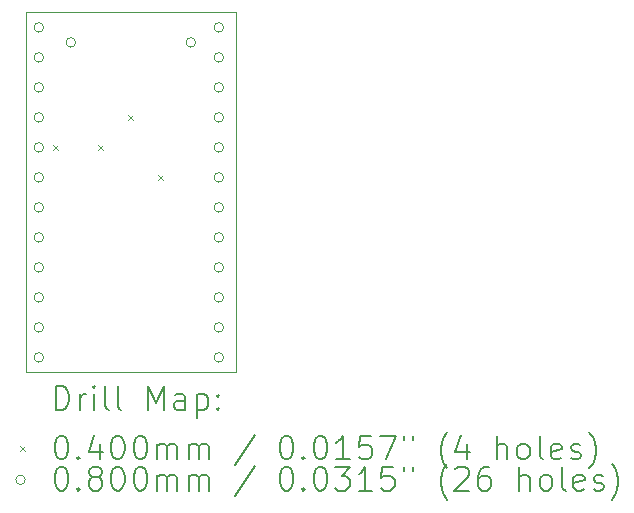
<source format=gbr>
%TF.GenerationSoftware,KiCad,Pcbnew,7.0.9*%
%TF.CreationDate,2024-04-24T12:06:25-07:00*%
%TF.ProjectId,sop28-to-dip-24-rom-adapter,736f7032-382d-4746-9f2d-6469702d3234,2B*%
%TF.SameCoordinates,Original*%
%TF.FileFunction,Drillmap*%
%TF.FilePolarity,Positive*%
%FSLAX45Y45*%
G04 Gerber Fmt 4.5, Leading zero omitted, Abs format (unit mm)*
G04 Created by KiCad (PCBNEW 7.0.9) date 2024-04-24 12:06:25*
%MOMM*%
%LPD*%
G01*
G04 APERTURE LIST*
%ADD10C,0.100000*%
%ADD11C,0.200000*%
G04 APERTURE END LIST*
D10*
X12573000Y-8001000D02*
X14351000Y-8001000D01*
X14351000Y-11049000D01*
X12573000Y-11049000D01*
X12573000Y-8001000D01*
D11*
D10*
X12803950Y-9124000D02*
X12843950Y-9164000D01*
X12843950Y-9124000D02*
X12803950Y-9164000D01*
X13188000Y-9124000D02*
X13228000Y-9164000D01*
X13228000Y-9124000D02*
X13188000Y-9164000D01*
X13442000Y-8870000D02*
X13482000Y-8910000D01*
X13482000Y-8870000D02*
X13442000Y-8910000D01*
X13696000Y-9378000D02*
X13736000Y-9418000D01*
X13736000Y-9378000D02*
X13696000Y-9418000D01*
X12724000Y-8128000D02*
G75*
G03*
X12724000Y-8128000I-40000J0D01*
G01*
X12724000Y-8382000D02*
G75*
G03*
X12724000Y-8382000I-40000J0D01*
G01*
X12724000Y-8636000D02*
G75*
G03*
X12724000Y-8636000I-40000J0D01*
G01*
X12724000Y-8890000D02*
G75*
G03*
X12724000Y-8890000I-40000J0D01*
G01*
X12724000Y-9144000D02*
G75*
G03*
X12724000Y-9144000I-40000J0D01*
G01*
X12724000Y-9398000D02*
G75*
G03*
X12724000Y-9398000I-40000J0D01*
G01*
X12724000Y-9652000D02*
G75*
G03*
X12724000Y-9652000I-40000J0D01*
G01*
X12724000Y-9906000D02*
G75*
G03*
X12724000Y-9906000I-40000J0D01*
G01*
X12724000Y-10160000D02*
G75*
G03*
X12724000Y-10160000I-40000J0D01*
G01*
X12724000Y-10414000D02*
G75*
G03*
X12724000Y-10414000I-40000J0D01*
G01*
X12724000Y-10668000D02*
G75*
G03*
X12724000Y-10668000I-40000J0D01*
G01*
X12724000Y-10922000D02*
G75*
G03*
X12724000Y-10922000I-40000J0D01*
G01*
X12994000Y-8255000D02*
G75*
G03*
X12994000Y-8255000I-40000J0D01*
G01*
X14010000Y-8255000D02*
G75*
G03*
X14010000Y-8255000I-40000J0D01*
G01*
X14248000Y-8128000D02*
G75*
G03*
X14248000Y-8128000I-40000J0D01*
G01*
X14248000Y-8382000D02*
G75*
G03*
X14248000Y-8382000I-40000J0D01*
G01*
X14248000Y-8636000D02*
G75*
G03*
X14248000Y-8636000I-40000J0D01*
G01*
X14248000Y-8890000D02*
G75*
G03*
X14248000Y-8890000I-40000J0D01*
G01*
X14248000Y-9144000D02*
G75*
G03*
X14248000Y-9144000I-40000J0D01*
G01*
X14248000Y-9398000D02*
G75*
G03*
X14248000Y-9398000I-40000J0D01*
G01*
X14248000Y-9652000D02*
G75*
G03*
X14248000Y-9652000I-40000J0D01*
G01*
X14248000Y-9906000D02*
G75*
G03*
X14248000Y-9906000I-40000J0D01*
G01*
X14248000Y-10160000D02*
G75*
G03*
X14248000Y-10160000I-40000J0D01*
G01*
X14248000Y-10414000D02*
G75*
G03*
X14248000Y-10414000I-40000J0D01*
G01*
X14248000Y-10668000D02*
G75*
G03*
X14248000Y-10668000I-40000J0D01*
G01*
X14248000Y-10922000D02*
G75*
G03*
X14248000Y-10922000I-40000J0D01*
G01*
D11*
X12828777Y-11365484D02*
X12828777Y-11165484D01*
X12828777Y-11165484D02*
X12876396Y-11165484D01*
X12876396Y-11165484D02*
X12904967Y-11175008D01*
X12904967Y-11175008D02*
X12924015Y-11194055D01*
X12924015Y-11194055D02*
X12933539Y-11213103D01*
X12933539Y-11213103D02*
X12943062Y-11251198D01*
X12943062Y-11251198D02*
X12943062Y-11279769D01*
X12943062Y-11279769D02*
X12933539Y-11317865D01*
X12933539Y-11317865D02*
X12924015Y-11336912D01*
X12924015Y-11336912D02*
X12904967Y-11355960D01*
X12904967Y-11355960D02*
X12876396Y-11365484D01*
X12876396Y-11365484D02*
X12828777Y-11365484D01*
X13028777Y-11365484D02*
X13028777Y-11232150D01*
X13028777Y-11270246D02*
X13038301Y-11251198D01*
X13038301Y-11251198D02*
X13047824Y-11241674D01*
X13047824Y-11241674D02*
X13066872Y-11232150D01*
X13066872Y-11232150D02*
X13085920Y-11232150D01*
X13152586Y-11365484D02*
X13152586Y-11232150D01*
X13152586Y-11165484D02*
X13143062Y-11175008D01*
X13143062Y-11175008D02*
X13152586Y-11184531D01*
X13152586Y-11184531D02*
X13162110Y-11175008D01*
X13162110Y-11175008D02*
X13152586Y-11165484D01*
X13152586Y-11165484D02*
X13152586Y-11184531D01*
X13276396Y-11365484D02*
X13257348Y-11355960D01*
X13257348Y-11355960D02*
X13247824Y-11336912D01*
X13247824Y-11336912D02*
X13247824Y-11165484D01*
X13381158Y-11365484D02*
X13362110Y-11355960D01*
X13362110Y-11355960D02*
X13352586Y-11336912D01*
X13352586Y-11336912D02*
X13352586Y-11165484D01*
X13609729Y-11365484D02*
X13609729Y-11165484D01*
X13609729Y-11165484D02*
X13676396Y-11308341D01*
X13676396Y-11308341D02*
X13743062Y-11165484D01*
X13743062Y-11165484D02*
X13743062Y-11365484D01*
X13924015Y-11365484D02*
X13924015Y-11260722D01*
X13924015Y-11260722D02*
X13914491Y-11241674D01*
X13914491Y-11241674D02*
X13895443Y-11232150D01*
X13895443Y-11232150D02*
X13857348Y-11232150D01*
X13857348Y-11232150D02*
X13838301Y-11241674D01*
X13924015Y-11355960D02*
X13904967Y-11365484D01*
X13904967Y-11365484D02*
X13857348Y-11365484D01*
X13857348Y-11365484D02*
X13838301Y-11355960D01*
X13838301Y-11355960D02*
X13828777Y-11336912D01*
X13828777Y-11336912D02*
X13828777Y-11317865D01*
X13828777Y-11317865D02*
X13838301Y-11298817D01*
X13838301Y-11298817D02*
X13857348Y-11289293D01*
X13857348Y-11289293D02*
X13904967Y-11289293D01*
X13904967Y-11289293D02*
X13924015Y-11279769D01*
X14019253Y-11232150D02*
X14019253Y-11432150D01*
X14019253Y-11241674D02*
X14038301Y-11232150D01*
X14038301Y-11232150D02*
X14076396Y-11232150D01*
X14076396Y-11232150D02*
X14095443Y-11241674D01*
X14095443Y-11241674D02*
X14104967Y-11251198D01*
X14104967Y-11251198D02*
X14114491Y-11270246D01*
X14114491Y-11270246D02*
X14114491Y-11327388D01*
X14114491Y-11327388D02*
X14104967Y-11346436D01*
X14104967Y-11346436D02*
X14095443Y-11355960D01*
X14095443Y-11355960D02*
X14076396Y-11365484D01*
X14076396Y-11365484D02*
X14038301Y-11365484D01*
X14038301Y-11365484D02*
X14019253Y-11355960D01*
X14200205Y-11346436D02*
X14209729Y-11355960D01*
X14209729Y-11355960D02*
X14200205Y-11365484D01*
X14200205Y-11365484D02*
X14190682Y-11355960D01*
X14190682Y-11355960D02*
X14200205Y-11346436D01*
X14200205Y-11346436D02*
X14200205Y-11365484D01*
X14200205Y-11241674D02*
X14209729Y-11251198D01*
X14209729Y-11251198D02*
X14200205Y-11260722D01*
X14200205Y-11260722D02*
X14190682Y-11251198D01*
X14190682Y-11251198D02*
X14200205Y-11241674D01*
X14200205Y-11241674D02*
X14200205Y-11260722D01*
D10*
X12528000Y-11674000D02*
X12568000Y-11714000D01*
X12568000Y-11674000D02*
X12528000Y-11714000D01*
D11*
X12866872Y-11585484D02*
X12885920Y-11585484D01*
X12885920Y-11585484D02*
X12904967Y-11595008D01*
X12904967Y-11595008D02*
X12914491Y-11604531D01*
X12914491Y-11604531D02*
X12924015Y-11623579D01*
X12924015Y-11623579D02*
X12933539Y-11661674D01*
X12933539Y-11661674D02*
X12933539Y-11709293D01*
X12933539Y-11709293D02*
X12924015Y-11747388D01*
X12924015Y-11747388D02*
X12914491Y-11766436D01*
X12914491Y-11766436D02*
X12904967Y-11775960D01*
X12904967Y-11775960D02*
X12885920Y-11785484D01*
X12885920Y-11785484D02*
X12866872Y-11785484D01*
X12866872Y-11785484D02*
X12847824Y-11775960D01*
X12847824Y-11775960D02*
X12838301Y-11766436D01*
X12838301Y-11766436D02*
X12828777Y-11747388D01*
X12828777Y-11747388D02*
X12819253Y-11709293D01*
X12819253Y-11709293D02*
X12819253Y-11661674D01*
X12819253Y-11661674D02*
X12828777Y-11623579D01*
X12828777Y-11623579D02*
X12838301Y-11604531D01*
X12838301Y-11604531D02*
X12847824Y-11595008D01*
X12847824Y-11595008D02*
X12866872Y-11585484D01*
X13019253Y-11766436D02*
X13028777Y-11775960D01*
X13028777Y-11775960D02*
X13019253Y-11785484D01*
X13019253Y-11785484D02*
X13009729Y-11775960D01*
X13009729Y-11775960D02*
X13019253Y-11766436D01*
X13019253Y-11766436D02*
X13019253Y-11785484D01*
X13200205Y-11652150D02*
X13200205Y-11785484D01*
X13152586Y-11575960D02*
X13104967Y-11718817D01*
X13104967Y-11718817D02*
X13228777Y-11718817D01*
X13343062Y-11585484D02*
X13362110Y-11585484D01*
X13362110Y-11585484D02*
X13381158Y-11595008D01*
X13381158Y-11595008D02*
X13390682Y-11604531D01*
X13390682Y-11604531D02*
X13400205Y-11623579D01*
X13400205Y-11623579D02*
X13409729Y-11661674D01*
X13409729Y-11661674D02*
X13409729Y-11709293D01*
X13409729Y-11709293D02*
X13400205Y-11747388D01*
X13400205Y-11747388D02*
X13390682Y-11766436D01*
X13390682Y-11766436D02*
X13381158Y-11775960D01*
X13381158Y-11775960D02*
X13362110Y-11785484D01*
X13362110Y-11785484D02*
X13343062Y-11785484D01*
X13343062Y-11785484D02*
X13324015Y-11775960D01*
X13324015Y-11775960D02*
X13314491Y-11766436D01*
X13314491Y-11766436D02*
X13304967Y-11747388D01*
X13304967Y-11747388D02*
X13295443Y-11709293D01*
X13295443Y-11709293D02*
X13295443Y-11661674D01*
X13295443Y-11661674D02*
X13304967Y-11623579D01*
X13304967Y-11623579D02*
X13314491Y-11604531D01*
X13314491Y-11604531D02*
X13324015Y-11595008D01*
X13324015Y-11595008D02*
X13343062Y-11585484D01*
X13533539Y-11585484D02*
X13552586Y-11585484D01*
X13552586Y-11585484D02*
X13571634Y-11595008D01*
X13571634Y-11595008D02*
X13581158Y-11604531D01*
X13581158Y-11604531D02*
X13590682Y-11623579D01*
X13590682Y-11623579D02*
X13600205Y-11661674D01*
X13600205Y-11661674D02*
X13600205Y-11709293D01*
X13600205Y-11709293D02*
X13590682Y-11747388D01*
X13590682Y-11747388D02*
X13581158Y-11766436D01*
X13581158Y-11766436D02*
X13571634Y-11775960D01*
X13571634Y-11775960D02*
X13552586Y-11785484D01*
X13552586Y-11785484D02*
X13533539Y-11785484D01*
X13533539Y-11785484D02*
X13514491Y-11775960D01*
X13514491Y-11775960D02*
X13504967Y-11766436D01*
X13504967Y-11766436D02*
X13495443Y-11747388D01*
X13495443Y-11747388D02*
X13485920Y-11709293D01*
X13485920Y-11709293D02*
X13485920Y-11661674D01*
X13485920Y-11661674D02*
X13495443Y-11623579D01*
X13495443Y-11623579D02*
X13504967Y-11604531D01*
X13504967Y-11604531D02*
X13514491Y-11595008D01*
X13514491Y-11595008D02*
X13533539Y-11585484D01*
X13685920Y-11785484D02*
X13685920Y-11652150D01*
X13685920Y-11671198D02*
X13695443Y-11661674D01*
X13695443Y-11661674D02*
X13714491Y-11652150D01*
X13714491Y-11652150D02*
X13743063Y-11652150D01*
X13743063Y-11652150D02*
X13762110Y-11661674D01*
X13762110Y-11661674D02*
X13771634Y-11680722D01*
X13771634Y-11680722D02*
X13771634Y-11785484D01*
X13771634Y-11680722D02*
X13781158Y-11661674D01*
X13781158Y-11661674D02*
X13800205Y-11652150D01*
X13800205Y-11652150D02*
X13828777Y-11652150D01*
X13828777Y-11652150D02*
X13847824Y-11661674D01*
X13847824Y-11661674D02*
X13857348Y-11680722D01*
X13857348Y-11680722D02*
X13857348Y-11785484D01*
X13952586Y-11785484D02*
X13952586Y-11652150D01*
X13952586Y-11671198D02*
X13962110Y-11661674D01*
X13962110Y-11661674D02*
X13981158Y-11652150D01*
X13981158Y-11652150D02*
X14009729Y-11652150D01*
X14009729Y-11652150D02*
X14028777Y-11661674D01*
X14028777Y-11661674D02*
X14038301Y-11680722D01*
X14038301Y-11680722D02*
X14038301Y-11785484D01*
X14038301Y-11680722D02*
X14047824Y-11661674D01*
X14047824Y-11661674D02*
X14066872Y-11652150D01*
X14066872Y-11652150D02*
X14095443Y-11652150D01*
X14095443Y-11652150D02*
X14114491Y-11661674D01*
X14114491Y-11661674D02*
X14124015Y-11680722D01*
X14124015Y-11680722D02*
X14124015Y-11785484D01*
X14514491Y-11575960D02*
X14343063Y-11833103D01*
X14771634Y-11585484D02*
X14790682Y-11585484D01*
X14790682Y-11585484D02*
X14809729Y-11595008D01*
X14809729Y-11595008D02*
X14819253Y-11604531D01*
X14819253Y-11604531D02*
X14828777Y-11623579D01*
X14828777Y-11623579D02*
X14838301Y-11661674D01*
X14838301Y-11661674D02*
X14838301Y-11709293D01*
X14838301Y-11709293D02*
X14828777Y-11747388D01*
X14828777Y-11747388D02*
X14819253Y-11766436D01*
X14819253Y-11766436D02*
X14809729Y-11775960D01*
X14809729Y-11775960D02*
X14790682Y-11785484D01*
X14790682Y-11785484D02*
X14771634Y-11785484D01*
X14771634Y-11785484D02*
X14752586Y-11775960D01*
X14752586Y-11775960D02*
X14743063Y-11766436D01*
X14743063Y-11766436D02*
X14733539Y-11747388D01*
X14733539Y-11747388D02*
X14724015Y-11709293D01*
X14724015Y-11709293D02*
X14724015Y-11661674D01*
X14724015Y-11661674D02*
X14733539Y-11623579D01*
X14733539Y-11623579D02*
X14743063Y-11604531D01*
X14743063Y-11604531D02*
X14752586Y-11595008D01*
X14752586Y-11595008D02*
X14771634Y-11585484D01*
X14924015Y-11766436D02*
X14933539Y-11775960D01*
X14933539Y-11775960D02*
X14924015Y-11785484D01*
X14924015Y-11785484D02*
X14914491Y-11775960D01*
X14914491Y-11775960D02*
X14924015Y-11766436D01*
X14924015Y-11766436D02*
X14924015Y-11785484D01*
X15057348Y-11585484D02*
X15076396Y-11585484D01*
X15076396Y-11585484D02*
X15095444Y-11595008D01*
X15095444Y-11595008D02*
X15104967Y-11604531D01*
X15104967Y-11604531D02*
X15114491Y-11623579D01*
X15114491Y-11623579D02*
X15124015Y-11661674D01*
X15124015Y-11661674D02*
X15124015Y-11709293D01*
X15124015Y-11709293D02*
X15114491Y-11747388D01*
X15114491Y-11747388D02*
X15104967Y-11766436D01*
X15104967Y-11766436D02*
X15095444Y-11775960D01*
X15095444Y-11775960D02*
X15076396Y-11785484D01*
X15076396Y-11785484D02*
X15057348Y-11785484D01*
X15057348Y-11785484D02*
X15038301Y-11775960D01*
X15038301Y-11775960D02*
X15028777Y-11766436D01*
X15028777Y-11766436D02*
X15019253Y-11747388D01*
X15019253Y-11747388D02*
X15009729Y-11709293D01*
X15009729Y-11709293D02*
X15009729Y-11661674D01*
X15009729Y-11661674D02*
X15019253Y-11623579D01*
X15019253Y-11623579D02*
X15028777Y-11604531D01*
X15028777Y-11604531D02*
X15038301Y-11595008D01*
X15038301Y-11595008D02*
X15057348Y-11585484D01*
X15314491Y-11785484D02*
X15200206Y-11785484D01*
X15257348Y-11785484D02*
X15257348Y-11585484D01*
X15257348Y-11585484D02*
X15238301Y-11614055D01*
X15238301Y-11614055D02*
X15219253Y-11633103D01*
X15219253Y-11633103D02*
X15200206Y-11642627D01*
X15495444Y-11585484D02*
X15400206Y-11585484D01*
X15400206Y-11585484D02*
X15390682Y-11680722D01*
X15390682Y-11680722D02*
X15400206Y-11671198D01*
X15400206Y-11671198D02*
X15419253Y-11661674D01*
X15419253Y-11661674D02*
X15466872Y-11661674D01*
X15466872Y-11661674D02*
X15485920Y-11671198D01*
X15485920Y-11671198D02*
X15495444Y-11680722D01*
X15495444Y-11680722D02*
X15504967Y-11699769D01*
X15504967Y-11699769D02*
X15504967Y-11747388D01*
X15504967Y-11747388D02*
X15495444Y-11766436D01*
X15495444Y-11766436D02*
X15485920Y-11775960D01*
X15485920Y-11775960D02*
X15466872Y-11785484D01*
X15466872Y-11785484D02*
X15419253Y-11785484D01*
X15419253Y-11785484D02*
X15400206Y-11775960D01*
X15400206Y-11775960D02*
X15390682Y-11766436D01*
X15571634Y-11585484D02*
X15704967Y-11585484D01*
X15704967Y-11585484D02*
X15619253Y-11785484D01*
X15771634Y-11585484D02*
X15771634Y-11623579D01*
X15847825Y-11585484D02*
X15847825Y-11623579D01*
X16143063Y-11861674D02*
X16133539Y-11852150D01*
X16133539Y-11852150D02*
X16114491Y-11823579D01*
X16114491Y-11823579D02*
X16104968Y-11804531D01*
X16104968Y-11804531D02*
X16095444Y-11775960D01*
X16095444Y-11775960D02*
X16085920Y-11728341D01*
X16085920Y-11728341D02*
X16085920Y-11690246D01*
X16085920Y-11690246D02*
X16095444Y-11642627D01*
X16095444Y-11642627D02*
X16104968Y-11614055D01*
X16104968Y-11614055D02*
X16114491Y-11595008D01*
X16114491Y-11595008D02*
X16133539Y-11566436D01*
X16133539Y-11566436D02*
X16143063Y-11556912D01*
X16304968Y-11652150D02*
X16304968Y-11785484D01*
X16257348Y-11575960D02*
X16209729Y-11718817D01*
X16209729Y-11718817D02*
X16333539Y-11718817D01*
X16562110Y-11785484D02*
X16562110Y-11585484D01*
X16647825Y-11785484D02*
X16647825Y-11680722D01*
X16647825Y-11680722D02*
X16638301Y-11661674D01*
X16638301Y-11661674D02*
X16619253Y-11652150D01*
X16619253Y-11652150D02*
X16590682Y-11652150D01*
X16590682Y-11652150D02*
X16571634Y-11661674D01*
X16571634Y-11661674D02*
X16562110Y-11671198D01*
X16771634Y-11785484D02*
X16752587Y-11775960D01*
X16752587Y-11775960D02*
X16743063Y-11766436D01*
X16743063Y-11766436D02*
X16733539Y-11747388D01*
X16733539Y-11747388D02*
X16733539Y-11690246D01*
X16733539Y-11690246D02*
X16743063Y-11671198D01*
X16743063Y-11671198D02*
X16752587Y-11661674D01*
X16752587Y-11661674D02*
X16771634Y-11652150D01*
X16771634Y-11652150D02*
X16800206Y-11652150D01*
X16800206Y-11652150D02*
X16819253Y-11661674D01*
X16819253Y-11661674D02*
X16828777Y-11671198D01*
X16828777Y-11671198D02*
X16838301Y-11690246D01*
X16838301Y-11690246D02*
X16838301Y-11747388D01*
X16838301Y-11747388D02*
X16828777Y-11766436D01*
X16828777Y-11766436D02*
X16819253Y-11775960D01*
X16819253Y-11775960D02*
X16800206Y-11785484D01*
X16800206Y-11785484D02*
X16771634Y-11785484D01*
X16952587Y-11785484D02*
X16933539Y-11775960D01*
X16933539Y-11775960D02*
X16924015Y-11756912D01*
X16924015Y-11756912D02*
X16924015Y-11585484D01*
X17104968Y-11775960D02*
X17085920Y-11785484D01*
X17085920Y-11785484D02*
X17047825Y-11785484D01*
X17047825Y-11785484D02*
X17028777Y-11775960D01*
X17028777Y-11775960D02*
X17019253Y-11756912D01*
X17019253Y-11756912D02*
X17019253Y-11680722D01*
X17019253Y-11680722D02*
X17028777Y-11661674D01*
X17028777Y-11661674D02*
X17047825Y-11652150D01*
X17047825Y-11652150D02*
X17085920Y-11652150D01*
X17085920Y-11652150D02*
X17104968Y-11661674D01*
X17104968Y-11661674D02*
X17114492Y-11680722D01*
X17114492Y-11680722D02*
X17114492Y-11699769D01*
X17114492Y-11699769D02*
X17019253Y-11718817D01*
X17190682Y-11775960D02*
X17209730Y-11785484D01*
X17209730Y-11785484D02*
X17247825Y-11785484D01*
X17247825Y-11785484D02*
X17266873Y-11775960D01*
X17266873Y-11775960D02*
X17276396Y-11756912D01*
X17276396Y-11756912D02*
X17276396Y-11747388D01*
X17276396Y-11747388D02*
X17266873Y-11728341D01*
X17266873Y-11728341D02*
X17247825Y-11718817D01*
X17247825Y-11718817D02*
X17219253Y-11718817D01*
X17219253Y-11718817D02*
X17200206Y-11709293D01*
X17200206Y-11709293D02*
X17190682Y-11690246D01*
X17190682Y-11690246D02*
X17190682Y-11680722D01*
X17190682Y-11680722D02*
X17200206Y-11661674D01*
X17200206Y-11661674D02*
X17219253Y-11652150D01*
X17219253Y-11652150D02*
X17247825Y-11652150D01*
X17247825Y-11652150D02*
X17266873Y-11661674D01*
X17343063Y-11861674D02*
X17352587Y-11852150D01*
X17352587Y-11852150D02*
X17371634Y-11823579D01*
X17371634Y-11823579D02*
X17381158Y-11804531D01*
X17381158Y-11804531D02*
X17390682Y-11775960D01*
X17390682Y-11775960D02*
X17400206Y-11728341D01*
X17400206Y-11728341D02*
X17400206Y-11690246D01*
X17400206Y-11690246D02*
X17390682Y-11642627D01*
X17390682Y-11642627D02*
X17381158Y-11614055D01*
X17381158Y-11614055D02*
X17371634Y-11595008D01*
X17371634Y-11595008D02*
X17352587Y-11566436D01*
X17352587Y-11566436D02*
X17343063Y-11556912D01*
D10*
X12568000Y-11958000D02*
G75*
G03*
X12568000Y-11958000I-40000J0D01*
G01*
D11*
X12866872Y-11849484D02*
X12885920Y-11849484D01*
X12885920Y-11849484D02*
X12904967Y-11859008D01*
X12904967Y-11859008D02*
X12914491Y-11868531D01*
X12914491Y-11868531D02*
X12924015Y-11887579D01*
X12924015Y-11887579D02*
X12933539Y-11925674D01*
X12933539Y-11925674D02*
X12933539Y-11973293D01*
X12933539Y-11973293D02*
X12924015Y-12011388D01*
X12924015Y-12011388D02*
X12914491Y-12030436D01*
X12914491Y-12030436D02*
X12904967Y-12039960D01*
X12904967Y-12039960D02*
X12885920Y-12049484D01*
X12885920Y-12049484D02*
X12866872Y-12049484D01*
X12866872Y-12049484D02*
X12847824Y-12039960D01*
X12847824Y-12039960D02*
X12838301Y-12030436D01*
X12838301Y-12030436D02*
X12828777Y-12011388D01*
X12828777Y-12011388D02*
X12819253Y-11973293D01*
X12819253Y-11973293D02*
X12819253Y-11925674D01*
X12819253Y-11925674D02*
X12828777Y-11887579D01*
X12828777Y-11887579D02*
X12838301Y-11868531D01*
X12838301Y-11868531D02*
X12847824Y-11859008D01*
X12847824Y-11859008D02*
X12866872Y-11849484D01*
X13019253Y-12030436D02*
X13028777Y-12039960D01*
X13028777Y-12039960D02*
X13019253Y-12049484D01*
X13019253Y-12049484D02*
X13009729Y-12039960D01*
X13009729Y-12039960D02*
X13019253Y-12030436D01*
X13019253Y-12030436D02*
X13019253Y-12049484D01*
X13143062Y-11935198D02*
X13124015Y-11925674D01*
X13124015Y-11925674D02*
X13114491Y-11916150D01*
X13114491Y-11916150D02*
X13104967Y-11897103D01*
X13104967Y-11897103D02*
X13104967Y-11887579D01*
X13104967Y-11887579D02*
X13114491Y-11868531D01*
X13114491Y-11868531D02*
X13124015Y-11859008D01*
X13124015Y-11859008D02*
X13143062Y-11849484D01*
X13143062Y-11849484D02*
X13181158Y-11849484D01*
X13181158Y-11849484D02*
X13200205Y-11859008D01*
X13200205Y-11859008D02*
X13209729Y-11868531D01*
X13209729Y-11868531D02*
X13219253Y-11887579D01*
X13219253Y-11887579D02*
X13219253Y-11897103D01*
X13219253Y-11897103D02*
X13209729Y-11916150D01*
X13209729Y-11916150D02*
X13200205Y-11925674D01*
X13200205Y-11925674D02*
X13181158Y-11935198D01*
X13181158Y-11935198D02*
X13143062Y-11935198D01*
X13143062Y-11935198D02*
X13124015Y-11944722D01*
X13124015Y-11944722D02*
X13114491Y-11954246D01*
X13114491Y-11954246D02*
X13104967Y-11973293D01*
X13104967Y-11973293D02*
X13104967Y-12011388D01*
X13104967Y-12011388D02*
X13114491Y-12030436D01*
X13114491Y-12030436D02*
X13124015Y-12039960D01*
X13124015Y-12039960D02*
X13143062Y-12049484D01*
X13143062Y-12049484D02*
X13181158Y-12049484D01*
X13181158Y-12049484D02*
X13200205Y-12039960D01*
X13200205Y-12039960D02*
X13209729Y-12030436D01*
X13209729Y-12030436D02*
X13219253Y-12011388D01*
X13219253Y-12011388D02*
X13219253Y-11973293D01*
X13219253Y-11973293D02*
X13209729Y-11954246D01*
X13209729Y-11954246D02*
X13200205Y-11944722D01*
X13200205Y-11944722D02*
X13181158Y-11935198D01*
X13343062Y-11849484D02*
X13362110Y-11849484D01*
X13362110Y-11849484D02*
X13381158Y-11859008D01*
X13381158Y-11859008D02*
X13390682Y-11868531D01*
X13390682Y-11868531D02*
X13400205Y-11887579D01*
X13400205Y-11887579D02*
X13409729Y-11925674D01*
X13409729Y-11925674D02*
X13409729Y-11973293D01*
X13409729Y-11973293D02*
X13400205Y-12011388D01*
X13400205Y-12011388D02*
X13390682Y-12030436D01*
X13390682Y-12030436D02*
X13381158Y-12039960D01*
X13381158Y-12039960D02*
X13362110Y-12049484D01*
X13362110Y-12049484D02*
X13343062Y-12049484D01*
X13343062Y-12049484D02*
X13324015Y-12039960D01*
X13324015Y-12039960D02*
X13314491Y-12030436D01*
X13314491Y-12030436D02*
X13304967Y-12011388D01*
X13304967Y-12011388D02*
X13295443Y-11973293D01*
X13295443Y-11973293D02*
X13295443Y-11925674D01*
X13295443Y-11925674D02*
X13304967Y-11887579D01*
X13304967Y-11887579D02*
X13314491Y-11868531D01*
X13314491Y-11868531D02*
X13324015Y-11859008D01*
X13324015Y-11859008D02*
X13343062Y-11849484D01*
X13533539Y-11849484D02*
X13552586Y-11849484D01*
X13552586Y-11849484D02*
X13571634Y-11859008D01*
X13571634Y-11859008D02*
X13581158Y-11868531D01*
X13581158Y-11868531D02*
X13590682Y-11887579D01*
X13590682Y-11887579D02*
X13600205Y-11925674D01*
X13600205Y-11925674D02*
X13600205Y-11973293D01*
X13600205Y-11973293D02*
X13590682Y-12011388D01*
X13590682Y-12011388D02*
X13581158Y-12030436D01*
X13581158Y-12030436D02*
X13571634Y-12039960D01*
X13571634Y-12039960D02*
X13552586Y-12049484D01*
X13552586Y-12049484D02*
X13533539Y-12049484D01*
X13533539Y-12049484D02*
X13514491Y-12039960D01*
X13514491Y-12039960D02*
X13504967Y-12030436D01*
X13504967Y-12030436D02*
X13495443Y-12011388D01*
X13495443Y-12011388D02*
X13485920Y-11973293D01*
X13485920Y-11973293D02*
X13485920Y-11925674D01*
X13485920Y-11925674D02*
X13495443Y-11887579D01*
X13495443Y-11887579D02*
X13504967Y-11868531D01*
X13504967Y-11868531D02*
X13514491Y-11859008D01*
X13514491Y-11859008D02*
X13533539Y-11849484D01*
X13685920Y-12049484D02*
X13685920Y-11916150D01*
X13685920Y-11935198D02*
X13695443Y-11925674D01*
X13695443Y-11925674D02*
X13714491Y-11916150D01*
X13714491Y-11916150D02*
X13743063Y-11916150D01*
X13743063Y-11916150D02*
X13762110Y-11925674D01*
X13762110Y-11925674D02*
X13771634Y-11944722D01*
X13771634Y-11944722D02*
X13771634Y-12049484D01*
X13771634Y-11944722D02*
X13781158Y-11925674D01*
X13781158Y-11925674D02*
X13800205Y-11916150D01*
X13800205Y-11916150D02*
X13828777Y-11916150D01*
X13828777Y-11916150D02*
X13847824Y-11925674D01*
X13847824Y-11925674D02*
X13857348Y-11944722D01*
X13857348Y-11944722D02*
X13857348Y-12049484D01*
X13952586Y-12049484D02*
X13952586Y-11916150D01*
X13952586Y-11935198D02*
X13962110Y-11925674D01*
X13962110Y-11925674D02*
X13981158Y-11916150D01*
X13981158Y-11916150D02*
X14009729Y-11916150D01*
X14009729Y-11916150D02*
X14028777Y-11925674D01*
X14028777Y-11925674D02*
X14038301Y-11944722D01*
X14038301Y-11944722D02*
X14038301Y-12049484D01*
X14038301Y-11944722D02*
X14047824Y-11925674D01*
X14047824Y-11925674D02*
X14066872Y-11916150D01*
X14066872Y-11916150D02*
X14095443Y-11916150D01*
X14095443Y-11916150D02*
X14114491Y-11925674D01*
X14114491Y-11925674D02*
X14124015Y-11944722D01*
X14124015Y-11944722D02*
X14124015Y-12049484D01*
X14514491Y-11839960D02*
X14343063Y-12097103D01*
X14771634Y-11849484D02*
X14790682Y-11849484D01*
X14790682Y-11849484D02*
X14809729Y-11859008D01*
X14809729Y-11859008D02*
X14819253Y-11868531D01*
X14819253Y-11868531D02*
X14828777Y-11887579D01*
X14828777Y-11887579D02*
X14838301Y-11925674D01*
X14838301Y-11925674D02*
X14838301Y-11973293D01*
X14838301Y-11973293D02*
X14828777Y-12011388D01*
X14828777Y-12011388D02*
X14819253Y-12030436D01*
X14819253Y-12030436D02*
X14809729Y-12039960D01*
X14809729Y-12039960D02*
X14790682Y-12049484D01*
X14790682Y-12049484D02*
X14771634Y-12049484D01*
X14771634Y-12049484D02*
X14752586Y-12039960D01*
X14752586Y-12039960D02*
X14743063Y-12030436D01*
X14743063Y-12030436D02*
X14733539Y-12011388D01*
X14733539Y-12011388D02*
X14724015Y-11973293D01*
X14724015Y-11973293D02*
X14724015Y-11925674D01*
X14724015Y-11925674D02*
X14733539Y-11887579D01*
X14733539Y-11887579D02*
X14743063Y-11868531D01*
X14743063Y-11868531D02*
X14752586Y-11859008D01*
X14752586Y-11859008D02*
X14771634Y-11849484D01*
X14924015Y-12030436D02*
X14933539Y-12039960D01*
X14933539Y-12039960D02*
X14924015Y-12049484D01*
X14924015Y-12049484D02*
X14914491Y-12039960D01*
X14914491Y-12039960D02*
X14924015Y-12030436D01*
X14924015Y-12030436D02*
X14924015Y-12049484D01*
X15057348Y-11849484D02*
X15076396Y-11849484D01*
X15076396Y-11849484D02*
X15095444Y-11859008D01*
X15095444Y-11859008D02*
X15104967Y-11868531D01*
X15104967Y-11868531D02*
X15114491Y-11887579D01*
X15114491Y-11887579D02*
X15124015Y-11925674D01*
X15124015Y-11925674D02*
X15124015Y-11973293D01*
X15124015Y-11973293D02*
X15114491Y-12011388D01*
X15114491Y-12011388D02*
X15104967Y-12030436D01*
X15104967Y-12030436D02*
X15095444Y-12039960D01*
X15095444Y-12039960D02*
X15076396Y-12049484D01*
X15076396Y-12049484D02*
X15057348Y-12049484D01*
X15057348Y-12049484D02*
X15038301Y-12039960D01*
X15038301Y-12039960D02*
X15028777Y-12030436D01*
X15028777Y-12030436D02*
X15019253Y-12011388D01*
X15019253Y-12011388D02*
X15009729Y-11973293D01*
X15009729Y-11973293D02*
X15009729Y-11925674D01*
X15009729Y-11925674D02*
X15019253Y-11887579D01*
X15019253Y-11887579D02*
X15028777Y-11868531D01*
X15028777Y-11868531D02*
X15038301Y-11859008D01*
X15038301Y-11859008D02*
X15057348Y-11849484D01*
X15190682Y-11849484D02*
X15314491Y-11849484D01*
X15314491Y-11849484D02*
X15247825Y-11925674D01*
X15247825Y-11925674D02*
X15276396Y-11925674D01*
X15276396Y-11925674D02*
X15295444Y-11935198D01*
X15295444Y-11935198D02*
X15304967Y-11944722D01*
X15304967Y-11944722D02*
X15314491Y-11963769D01*
X15314491Y-11963769D02*
X15314491Y-12011388D01*
X15314491Y-12011388D02*
X15304967Y-12030436D01*
X15304967Y-12030436D02*
X15295444Y-12039960D01*
X15295444Y-12039960D02*
X15276396Y-12049484D01*
X15276396Y-12049484D02*
X15219253Y-12049484D01*
X15219253Y-12049484D02*
X15200206Y-12039960D01*
X15200206Y-12039960D02*
X15190682Y-12030436D01*
X15504967Y-12049484D02*
X15390682Y-12049484D01*
X15447825Y-12049484D02*
X15447825Y-11849484D01*
X15447825Y-11849484D02*
X15428777Y-11878055D01*
X15428777Y-11878055D02*
X15409729Y-11897103D01*
X15409729Y-11897103D02*
X15390682Y-11906627D01*
X15685920Y-11849484D02*
X15590682Y-11849484D01*
X15590682Y-11849484D02*
X15581158Y-11944722D01*
X15581158Y-11944722D02*
X15590682Y-11935198D01*
X15590682Y-11935198D02*
X15609729Y-11925674D01*
X15609729Y-11925674D02*
X15657348Y-11925674D01*
X15657348Y-11925674D02*
X15676396Y-11935198D01*
X15676396Y-11935198D02*
X15685920Y-11944722D01*
X15685920Y-11944722D02*
X15695444Y-11963769D01*
X15695444Y-11963769D02*
X15695444Y-12011388D01*
X15695444Y-12011388D02*
X15685920Y-12030436D01*
X15685920Y-12030436D02*
X15676396Y-12039960D01*
X15676396Y-12039960D02*
X15657348Y-12049484D01*
X15657348Y-12049484D02*
X15609729Y-12049484D01*
X15609729Y-12049484D02*
X15590682Y-12039960D01*
X15590682Y-12039960D02*
X15581158Y-12030436D01*
X15771634Y-11849484D02*
X15771634Y-11887579D01*
X15847825Y-11849484D02*
X15847825Y-11887579D01*
X16143063Y-12125674D02*
X16133539Y-12116150D01*
X16133539Y-12116150D02*
X16114491Y-12087579D01*
X16114491Y-12087579D02*
X16104968Y-12068531D01*
X16104968Y-12068531D02*
X16095444Y-12039960D01*
X16095444Y-12039960D02*
X16085920Y-11992341D01*
X16085920Y-11992341D02*
X16085920Y-11954246D01*
X16085920Y-11954246D02*
X16095444Y-11906627D01*
X16095444Y-11906627D02*
X16104968Y-11878055D01*
X16104968Y-11878055D02*
X16114491Y-11859008D01*
X16114491Y-11859008D02*
X16133539Y-11830436D01*
X16133539Y-11830436D02*
X16143063Y-11820912D01*
X16209729Y-11868531D02*
X16219253Y-11859008D01*
X16219253Y-11859008D02*
X16238301Y-11849484D01*
X16238301Y-11849484D02*
X16285920Y-11849484D01*
X16285920Y-11849484D02*
X16304968Y-11859008D01*
X16304968Y-11859008D02*
X16314491Y-11868531D01*
X16314491Y-11868531D02*
X16324015Y-11887579D01*
X16324015Y-11887579D02*
X16324015Y-11906627D01*
X16324015Y-11906627D02*
X16314491Y-11935198D01*
X16314491Y-11935198D02*
X16200206Y-12049484D01*
X16200206Y-12049484D02*
X16324015Y-12049484D01*
X16495444Y-11849484D02*
X16457348Y-11849484D01*
X16457348Y-11849484D02*
X16438301Y-11859008D01*
X16438301Y-11859008D02*
X16428777Y-11868531D01*
X16428777Y-11868531D02*
X16409729Y-11897103D01*
X16409729Y-11897103D02*
X16400206Y-11935198D01*
X16400206Y-11935198D02*
X16400206Y-12011388D01*
X16400206Y-12011388D02*
X16409729Y-12030436D01*
X16409729Y-12030436D02*
X16419253Y-12039960D01*
X16419253Y-12039960D02*
X16438301Y-12049484D01*
X16438301Y-12049484D02*
X16476396Y-12049484D01*
X16476396Y-12049484D02*
X16495444Y-12039960D01*
X16495444Y-12039960D02*
X16504968Y-12030436D01*
X16504968Y-12030436D02*
X16514491Y-12011388D01*
X16514491Y-12011388D02*
X16514491Y-11963769D01*
X16514491Y-11963769D02*
X16504968Y-11944722D01*
X16504968Y-11944722D02*
X16495444Y-11935198D01*
X16495444Y-11935198D02*
X16476396Y-11925674D01*
X16476396Y-11925674D02*
X16438301Y-11925674D01*
X16438301Y-11925674D02*
X16419253Y-11935198D01*
X16419253Y-11935198D02*
X16409729Y-11944722D01*
X16409729Y-11944722D02*
X16400206Y-11963769D01*
X16752587Y-12049484D02*
X16752587Y-11849484D01*
X16838301Y-12049484D02*
X16838301Y-11944722D01*
X16838301Y-11944722D02*
X16828777Y-11925674D01*
X16828777Y-11925674D02*
X16809730Y-11916150D01*
X16809730Y-11916150D02*
X16781158Y-11916150D01*
X16781158Y-11916150D02*
X16762110Y-11925674D01*
X16762110Y-11925674D02*
X16752587Y-11935198D01*
X16962111Y-12049484D02*
X16943063Y-12039960D01*
X16943063Y-12039960D02*
X16933539Y-12030436D01*
X16933539Y-12030436D02*
X16924015Y-12011388D01*
X16924015Y-12011388D02*
X16924015Y-11954246D01*
X16924015Y-11954246D02*
X16933539Y-11935198D01*
X16933539Y-11935198D02*
X16943063Y-11925674D01*
X16943063Y-11925674D02*
X16962111Y-11916150D01*
X16962111Y-11916150D02*
X16990682Y-11916150D01*
X16990682Y-11916150D02*
X17009730Y-11925674D01*
X17009730Y-11925674D02*
X17019253Y-11935198D01*
X17019253Y-11935198D02*
X17028777Y-11954246D01*
X17028777Y-11954246D02*
X17028777Y-12011388D01*
X17028777Y-12011388D02*
X17019253Y-12030436D01*
X17019253Y-12030436D02*
X17009730Y-12039960D01*
X17009730Y-12039960D02*
X16990682Y-12049484D01*
X16990682Y-12049484D02*
X16962111Y-12049484D01*
X17143063Y-12049484D02*
X17124015Y-12039960D01*
X17124015Y-12039960D02*
X17114492Y-12020912D01*
X17114492Y-12020912D02*
X17114492Y-11849484D01*
X17295444Y-12039960D02*
X17276396Y-12049484D01*
X17276396Y-12049484D02*
X17238301Y-12049484D01*
X17238301Y-12049484D02*
X17219253Y-12039960D01*
X17219253Y-12039960D02*
X17209730Y-12020912D01*
X17209730Y-12020912D02*
X17209730Y-11944722D01*
X17209730Y-11944722D02*
X17219253Y-11925674D01*
X17219253Y-11925674D02*
X17238301Y-11916150D01*
X17238301Y-11916150D02*
X17276396Y-11916150D01*
X17276396Y-11916150D02*
X17295444Y-11925674D01*
X17295444Y-11925674D02*
X17304968Y-11944722D01*
X17304968Y-11944722D02*
X17304968Y-11963769D01*
X17304968Y-11963769D02*
X17209730Y-11982817D01*
X17381158Y-12039960D02*
X17400206Y-12049484D01*
X17400206Y-12049484D02*
X17438301Y-12049484D01*
X17438301Y-12049484D02*
X17457349Y-12039960D01*
X17457349Y-12039960D02*
X17466873Y-12020912D01*
X17466873Y-12020912D02*
X17466873Y-12011388D01*
X17466873Y-12011388D02*
X17457349Y-11992341D01*
X17457349Y-11992341D02*
X17438301Y-11982817D01*
X17438301Y-11982817D02*
X17409730Y-11982817D01*
X17409730Y-11982817D02*
X17390682Y-11973293D01*
X17390682Y-11973293D02*
X17381158Y-11954246D01*
X17381158Y-11954246D02*
X17381158Y-11944722D01*
X17381158Y-11944722D02*
X17390682Y-11925674D01*
X17390682Y-11925674D02*
X17409730Y-11916150D01*
X17409730Y-11916150D02*
X17438301Y-11916150D01*
X17438301Y-11916150D02*
X17457349Y-11925674D01*
X17533539Y-12125674D02*
X17543063Y-12116150D01*
X17543063Y-12116150D02*
X17562111Y-12087579D01*
X17562111Y-12087579D02*
X17571634Y-12068531D01*
X17571634Y-12068531D02*
X17581158Y-12039960D01*
X17581158Y-12039960D02*
X17590682Y-11992341D01*
X17590682Y-11992341D02*
X17590682Y-11954246D01*
X17590682Y-11954246D02*
X17581158Y-11906627D01*
X17581158Y-11906627D02*
X17571634Y-11878055D01*
X17571634Y-11878055D02*
X17562111Y-11859008D01*
X17562111Y-11859008D02*
X17543063Y-11830436D01*
X17543063Y-11830436D02*
X17533539Y-11820912D01*
M02*

</source>
